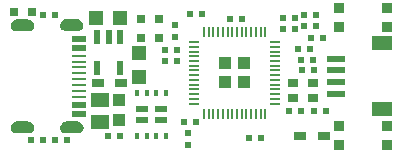
<source format=gbr>
G04 EAGLE Gerber RS-274X export*
G75*
%MOMM*%
%FSLAX34Y34*%
%LPD*%
%INSolderpaste Top*%
%IPPOS*%
%AMOC8*
5,1,8,0,0,1.08239X$1,22.5*%
G01*
%ADD10R,1.200000X1.300000*%
%ADD11R,1.300000X1.200000*%
%ADD12R,0.550000X1.200000*%
%ADD13R,0.900000X0.900000*%
%ADD14R,0.600000X0.600000*%
%ADD15R,0.500000X0.500000*%
%ADD16R,1.000000X0.800000*%
%ADD17R,0.400000X0.600000*%
%ADD18R,1.000000X0.600000*%
%ADD19R,0.800000X0.800000*%
%ADD20R,0.200000X0.875000*%
%ADD21R,0.875000X0.200000*%
%ADD22R,1.000000X1.000000*%
%ADD23R,0.900000X0.750000*%
%ADD24R,1.000000X1.075000*%
%ADD25R,1.150000X0.575000*%
%ADD26R,1.150000X0.275000*%
%ADD27R,1.500000X1.240000*%
%ADD28R,1.550000X0.500000*%
%ADD29R,1.800000X1.200000*%

G36*
X60833Y127249D02*
X60833Y127249D01*
X60834Y127249D01*
X61907Y127370D01*
X61908Y127371D01*
X61909Y127370D01*
X62929Y127727D01*
X62929Y127728D01*
X62930Y127728D01*
X63845Y128303D01*
X63846Y128303D01*
X64610Y129068D01*
X65185Y129983D01*
X65185Y129984D01*
X65186Y129984D01*
X65543Y131004D01*
X65543Y131005D01*
X65542Y131005D01*
X65543Y131006D01*
X65543Y131010D01*
X65544Y131015D01*
X65545Y131020D01*
X65547Y131040D01*
X65547Y131044D01*
X65547Y131045D01*
X65548Y131049D01*
X65548Y131050D01*
X65548Y131054D01*
X65549Y131059D01*
X65550Y131064D01*
X65550Y131069D01*
X65551Y131074D01*
X65551Y131079D01*
X65553Y131099D01*
X65554Y131099D01*
X65554Y131104D01*
X65555Y131109D01*
X65555Y131114D01*
X65556Y131119D01*
X65556Y131124D01*
X65557Y131129D01*
X65557Y131134D01*
X65558Y131139D01*
X65560Y131159D01*
X65561Y131164D01*
X65561Y131169D01*
X65562Y131174D01*
X65562Y131179D01*
X65563Y131184D01*
X65564Y131189D01*
X65564Y131194D01*
X65567Y131218D01*
X65567Y131223D01*
X65568Y131223D01*
X65567Y131223D01*
X65568Y131228D01*
X65569Y131233D01*
X65569Y131238D01*
X65570Y131243D01*
X65570Y131248D01*
X65571Y131253D01*
X65574Y131278D01*
X65574Y131283D01*
X65575Y131288D01*
X65575Y131293D01*
X65576Y131298D01*
X65576Y131303D01*
X65577Y131308D01*
X65578Y131313D01*
X65580Y131333D01*
X65580Y131338D01*
X65581Y131343D01*
X65581Y131348D01*
X65582Y131348D01*
X65581Y131348D01*
X65582Y131353D01*
X65583Y131358D01*
X65583Y131362D01*
X65583Y131363D01*
X65584Y131367D01*
X65584Y131368D01*
X65584Y131372D01*
X65587Y131392D01*
X65587Y131397D01*
X65588Y131402D01*
X65588Y131407D01*
X65589Y131412D01*
X65589Y131417D01*
X65590Y131422D01*
X65590Y131427D01*
X65591Y131432D01*
X65593Y131452D01*
X65594Y131457D01*
X65594Y131462D01*
X65595Y131467D01*
X65595Y131472D01*
X65596Y131472D01*
X65595Y131472D01*
X65596Y131477D01*
X65597Y131482D01*
X65597Y131487D01*
X65598Y131492D01*
X65600Y131512D01*
X65601Y131517D01*
X65601Y131521D01*
X65601Y131522D01*
X65602Y131526D01*
X65602Y131527D01*
X65602Y131531D01*
X65603Y131536D01*
X65603Y131541D01*
X65604Y131546D01*
X65607Y131571D01*
X65607Y131576D01*
X65608Y131581D01*
X65608Y131586D01*
X65609Y131591D01*
X65609Y131596D01*
X65610Y131596D01*
X65609Y131596D01*
X65610Y131601D01*
X65611Y131606D01*
X65613Y131631D01*
X65614Y131636D01*
X65615Y131641D01*
X65615Y131646D01*
X65616Y131651D01*
X65616Y131656D01*
X65617Y131661D01*
X65617Y131666D01*
X65620Y131685D01*
X65620Y131686D01*
X65620Y131690D01*
X65621Y131695D01*
X65621Y131700D01*
X65622Y131705D01*
X65622Y131710D01*
X65623Y131715D01*
X65623Y131720D01*
X65624Y131720D01*
X65623Y131720D01*
X65624Y131725D01*
X65626Y131745D01*
X65627Y131750D01*
X65627Y131755D01*
X65628Y131760D01*
X65629Y131765D01*
X65629Y131770D01*
X65630Y131775D01*
X65630Y131780D01*
X65631Y131785D01*
X65633Y131805D01*
X65634Y131810D01*
X65634Y131815D01*
X65635Y131820D01*
X65635Y131825D01*
X65636Y131830D01*
X65636Y131835D01*
X65637Y131839D01*
X65637Y131840D01*
X65637Y131844D01*
X65638Y131844D01*
X65637Y131845D01*
X65640Y131864D01*
X65640Y131869D01*
X65641Y131874D01*
X65641Y131879D01*
X65642Y131884D01*
X65643Y131889D01*
X65643Y131894D01*
X65644Y131899D01*
X65646Y131924D01*
X65647Y131929D01*
X65648Y131934D01*
X65648Y131939D01*
X65649Y131944D01*
X65649Y131949D01*
X65650Y131954D01*
X65650Y131959D01*
X65653Y131984D01*
X65654Y131989D01*
X65654Y131994D01*
X65655Y131998D01*
X65655Y131999D01*
X65655Y132003D01*
X65655Y132004D01*
X65656Y132008D01*
X65657Y132013D01*
X65657Y132018D01*
X65659Y132038D01*
X65660Y132043D01*
X65660Y132048D01*
X65661Y132053D01*
X65662Y132058D01*
X65662Y132063D01*
X65663Y132068D01*
X65663Y132073D01*
X65664Y132078D01*
X65664Y132079D01*
X65664Y132080D01*
X65664Y132081D01*
X65537Y133211D01*
X65536Y133211D01*
X65536Y133212D01*
X65161Y134286D01*
X65160Y134286D01*
X65160Y134287D01*
X64555Y135250D01*
X64554Y135250D01*
X64554Y135251D01*
X63750Y136055D01*
X63749Y136055D01*
X63749Y136056D01*
X62786Y136661D01*
X62785Y136661D01*
X62785Y136662D01*
X61711Y137037D01*
X61710Y137037D01*
X61710Y137038D01*
X60580Y137165D01*
X60579Y137165D01*
X50927Y137165D01*
X50926Y137165D01*
X50677Y137137D01*
X50633Y137132D01*
X50589Y137127D01*
X50545Y137122D01*
X50016Y137062D01*
X49972Y137057D01*
X49928Y137052D01*
X49927Y137052D01*
X49883Y137047D01*
X49796Y137038D01*
X49796Y137037D01*
X49795Y137037D01*
X48721Y136662D01*
X48721Y136661D01*
X48720Y136661D01*
X47757Y136056D01*
X47757Y136055D01*
X47756Y136055D01*
X46952Y135251D01*
X46952Y135250D01*
X46951Y135250D01*
X46346Y134287D01*
X46346Y134286D01*
X46345Y134286D01*
X45970Y133212D01*
X45970Y133211D01*
X45969Y133211D01*
X45967Y133192D01*
X45967Y133187D01*
X45966Y133182D01*
X45966Y133177D01*
X45965Y133172D01*
X45965Y133167D01*
X45964Y133162D01*
X45963Y133158D01*
X45963Y133157D01*
X45963Y133153D01*
X45963Y133152D01*
X45961Y133133D01*
X45960Y133128D01*
X45960Y133123D01*
X45959Y133123D01*
X45960Y133123D01*
X45959Y133118D01*
X45958Y133113D01*
X45958Y133108D01*
X45957Y133103D01*
X45957Y133098D01*
X45956Y133093D01*
X45954Y133073D01*
X45953Y133068D01*
X45953Y133063D01*
X45952Y133058D01*
X45952Y133053D01*
X45951Y133048D01*
X45951Y133043D01*
X45950Y133038D01*
X45949Y133033D01*
X45947Y133013D01*
X45947Y133008D01*
X45946Y133003D01*
X45946Y132999D01*
X45945Y132998D01*
X45946Y132998D01*
X45945Y132994D01*
X45945Y132993D01*
X45944Y132989D01*
X45944Y132984D01*
X45943Y132979D01*
X45943Y132974D01*
X45940Y132954D01*
X45940Y132949D01*
X45939Y132944D01*
X45939Y132939D01*
X45938Y132934D01*
X45938Y132929D01*
X45937Y132924D01*
X45937Y132919D01*
X45936Y132914D01*
X45934Y132894D01*
X45933Y132889D01*
X45933Y132884D01*
X45932Y132879D01*
X45932Y132874D01*
X45931Y132874D01*
X45932Y132874D01*
X45931Y132869D01*
X45930Y132864D01*
X45930Y132859D01*
X45929Y132854D01*
X45927Y132835D01*
X45927Y132834D01*
X45926Y132830D01*
X45926Y132825D01*
X45925Y132820D01*
X45925Y132815D01*
X45924Y132810D01*
X45924Y132805D01*
X45923Y132800D01*
X45923Y132795D01*
X45920Y132775D01*
X45920Y132770D01*
X45919Y132765D01*
X45919Y132760D01*
X45918Y132755D01*
X45918Y132750D01*
X45917Y132750D01*
X45918Y132750D01*
X45917Y132745D01*
X45916Y132740D01*
X45916Y132735D01*
X45914Y132715D01*
X45913Y132710D01*
X45912Y132705D01*
X45912Y132700D01*
X45911Y132695D01*
X45911Y132690D01*
X45910Y132685D01*
X45910Y132681D01*
X45910Y132680D01*
X45909Y132676D01*
X45909Y132675D01*
X45907Y132656D01*
X45906Y132651D01*
X45906Y132646D01*
X45905Y132641D01*
X45905Y132636D01*
X45904Y132631D01*
X45904Y132626D01*
X45903Y132626D01*
X45904Y132626D01*
X45903Y132621D01*
X45902Y132616D01*
X45900Y132596D01*
X45900Y132591D01*
X45899Y132586D01*
X45898Y132581D01*
X45898Y132576D01*
X45897Y132571D01*
X45897Y132566D01*
X45896Y132561D01*
X45893Y132536D01*
X45893Y132531D01*
X45892Y132526D01*
X45892Y132522D01*
X45892Y132521D01*
X45891Y132517D01*
X45891Y132516D01*
X45891Y132512D01*
X45890Y132507D01*
X45890Y132502D01*
X45889Y132502D01*
X45890Y132502D01*
X45887Y132477D01*
X45886Y132472D01*
X45886Y132467D01*
X45885Y132462D01*
X45884Y132457D01*
X45884Y132452D01*
X45883Y132447D01*
X45883Y132442D01*
X45880Y132417D01*
X45879Y132412D01*
X45879Y132407D01*
X45878Y132402D01*
X45878Y132397D01*
X45877Y132392D01*
X45877Y132387D01*
X45876Y132382D01*
X45873Y132358D01*
X45873Y132357D01*
X45873Y132353D01*
X45872Y132348D01*
X45872Y132343D01*
X45871Y132338D01*
X45870Y132333D01*
X45870Y132328D01*
X45869Y132323D01*
X45867Y132298D01*
X45866Y132293D01*
X45865Y132288D01*
X45865Y132283D01*
X45864Y132278D01*
X45864Y132273D01*
X45863Y132268D01*
X45863Y132263D01*
X45860Y132243D01*
X45860Y132238D01*
X45859Y132233D01*
X45859Y132228D01*
X45858Y132223D01*
X45858Y132218D01*
X45857Y132213D01*
X45856Y132208D01*
X45856Y132204D01*
X45856Y132203D01*
X45854Y132184D01*
X45853Y132179D01*
X45853Y132174D01*
X45852Y132169D01*
X45851Y132164D01*
X45851Y132159D01*
X45850Y132154D01*
X45850Y132149D01*
X45849Y132144D01*
X45847Y132124D01*
X45846Y132119D01*
X45846Y132114D01*
X45845Y132109D01*
X45845Y132104D01*
X45844Y132099D01*
X45844Y132094D01*
X45843Y132089D01*
X45842Y132084D01*
X45842Y132081D01*
X45843Y132080D01*
X45842Y132079D01*
X45963Y131006D01*
X45964Y131005D01*
X45963Y131004D01*
X46320Y129984D01*
X46321Y129984D01*
X46321Y129983D01*
X46896Y129068D01*
X47661Y128303D01*
X48576Y127728D01*
X48577Y127728D01*
X48577Y127727D01*
X49597Y127370D01*
X49598Y127371D01*
X49599Y127370D01*
X50672Y127249D01*
X50673Y127249D01*
X60833Y127249D01*
X60833Y127249D01*
G37*
G36*
X19050Y127122D02*
X19050Y127122D01*
X19051Y127122D01*
X20124Y127243D01*
X20125Y127244D01*
X20126Y127243D01*
X21146Y127600D01*
X21146Y127601D01*
X21147Y127601D01*
X22062Y128176D01*
X22063Y128176D01*
X22827Y128941D01*
X23402Y129856D01*
X23402Y129857D01*
X23403Y129857D01*
X23760Y130877D01*
X23760Y130878D01*
X23759Y130878D01*
X23760Y130879D01*
X23760Y130883D01*
X23761Y130888D01*
X23762Y130893D01*
X23764Y130913D01*
X23764Y130917D01*
X23764Y130918D01*
X23765Y130922D01*
X23765Y130923D01*
X23765Y130927D01*
X23766Y130932D01*
X23767Y130937D01*
X23767Y130942D01*
X23768Y130947D01*
X23768Y130952D01*
X23770Y130972D01*
X23771Y130972D01*
X23771Y130977D01*
X23772Y130982D01*
X23772Y130987D01*
X23773Y130992D01*
X23773Y130997D01*
X23774Y131002D01*
X23774Y131007D01*
X23775Y131012D01*
X23777Y131032D01*
X23778Y131037D01*
X23778Y131042D01*
X23779Y131047D01*
X23779Y131052D01*
X23780Y131057D01*
X23781Y131062D01*
X23781Y131067D01*
X23784Y131091D01*
X23784Y131096D01*
X23785Y131096D01*
X23784Y131096D01*
X23785Y131101D01*
X23786Y131106D01*
X23786Y131111D01*
X23787Y131116D01*
X23787Y131121D01*
X23788Y131126D01*
X23791Y131151D01*
X23791Y131156D01*
X23792Y131161D01*
X23792Y131166D01*
X23793Y131171D01*
X23793Y131176D01*
X23794Y131181D01*
X23795Y131186D01*
X23797Y131206D01*
X23797Y131211D01*
X23798Y131216D01*
X23798Y131221D01*
X23799Y131221D01*
X23798Y131221D01*
X23799Y131226D01*
X23800Y131231D01*
X23800Y131235D01*
X23800Y131236D01*
X23801Y131240D01*
X23801Y131241D01*
X23801Y131245D01*
X23804Y131265D01*
X23804Y131270D01*
X23805Y131275D01*
X23805Y131280D01*
X23806Y131285D01*
X23806Y131290D01*
X23807Y131295D01*
X23807Y131300D01*
X23808Y131305D01*
X23810Y131325D01*
X23811Y131330D01*
X23811Y131335D01*
X23812Y131340D01*
X23812Y131345D01*
X23813Y131345D01*
X23812Y131345D01*
X23813Y131350D01*
X23814Y131355D01*
X23814Y131360D01*
X23815Y131365D01*
X23817Y131385D01*
X23818Y131390D01*
X23818Y131394D01*
X23818Y131395D01*
X23819Y131399D01*
X23819Y131400D01*
X23819Y131404D01*
X23820Y131409D01*
X23820Y131414D01*
X23821Y131419D01*
X23824Y131444D01*
X23824Y131449D01*
X23825Y131454D01*
X23825Y131459D01*
X23826Y131464D01*
X23826Y131469D01*
X23827Y131469D01*
X23826Y131469D01*
X23827Y131474D01*
X23828Y131479D01*
X23830Y131504D01*
X23831Y131509D01*
X23832Y131514D01*
X23832Y131519D01*
X23833Y131524D01*
X23833Y131529D01*
X23834Y131534D01*
X23834Y131539D01*
X23837Y131558D01*
X23837Y131559D01*
X23837Y131563D01*
X23838Y131568D01*
X23838Y131573D01*
X23839Y131578D01*
X23839Y131583D01*
X23840Y131588D01*
X23840Y131593D01*
X23841Y131593D01*
X23840Y131593D01*
X23841Y131598D01*
X23843Y131618D01*
X23844Y131623D01*
X23844Y131628D01*
X23845Y131633D01*
X23846Y131638D01*
X23846Y131643D01*
X23847Y131648D01*
X23847Y131653D01*
X23848Y131658D01*
X23850Y131678D01*
X23851Y131683D01*
X23851Y131688D01*
X23852Y131693D01*
X23852Y131698D01*
X23853Y131703D01*
X23853Y131708D01*
X23854Y131712D01*
X23854Y131713D01*
X23854Y131717D01*
X23855Y131717D01*
X23854Y131718D01*
X23857Y131737D01*
X23857Y131742D01*
X23858Y131747D01*
X23858Y131752D01*
X23859Y131757D01*
X23860Y131762D01*
X23860Y131767D01*
X23861Y131772D01*
X23863Y131797D01*
X23864Y131802D01*
X23865Y131807D01*
X23865Y131812D01*
X23866Y131817D01*
X23866Y131822D01*
X23867Y131827D01*
X23867Y131832D01*
X23870Y131857D01*
X23871Y131862D01*
X23871Y131867D01*
X23872Y131871D01*
X23872Y131872D01*
X23872Y131876D01*
X23872Y131877D01*
X23873Y131881D01*
X23874Y131886D01*
X23874Y131891D01*
X23876Y131911D01*
X23877Y131916D01*
X23877Y131921D01*
X23878Y131926D01*
X23879Y131931D01*
X23879Y131936D01*
X23880Y131941D01*
X23880Y131946D01*
X23881Y131951D01*
X23881Y131952D01*
X23881Y131953D01*
X23881Y131954D01*
X23754Y133084D01*
X23753Y133084D01*
X23753Y133085D01*
X23378Y134159D01*
X23377Y134159D01*
X23377Y134160D01*
X22772Y135123D01*
X22771Y135123D01*
X22771Y135124D01*
X21967Y135928D01*
X21966Y135928D01*
X21966Y135929D01*
X21003Y136534D01*
X21002Y136534D01*
X21002Y136535D01*
X19928Y136910D01*
X19927Y136910D01*
X19927Y136911D01*
X18797Y137038D01*
X18796Y137038D01*
X9144Y137038D01*
X9143Y137038D01*
X8894Y137010D01*
X8850Y137005D01*
X8806Y137000D01*
X8762Y136995D01*
X8233Y136935D01*
X8189Y136930D01*
X8145Y136925D01*
X8144Y136925D01*
X8100Y136920D01*
X8013Y136911D01*
X8013Y136910D01*
X8012Y136910D01*
X6938Y136535D01*
X6938Y136534D01*
X6937Y136534D01*
X5974Y135929D01*
X5974Y135928D01*
X5973Y135928D01*
X5169Y135124D01*
X5169Y135123D01*
X5168Y135123D01*
X4563Y134160D01*
X4563Y134159D01*
X4562Y134159D01*
X4187Y133085D01*
X4187Y133084D01*
X4186Y133084D01*
X4184Y133065D01*
X4184Y133060D01*
X4183Y133055D01*
X4183Y133050D01*
X4182Y133045D01*
X4182Y133040D01*
X4181Y133035D01*
X4180Y133031D01*
X4180Y133030D01*
X4180Y133026D01*
X4180Y133025D01*
X4178Y133006D01*
X4177Y133001D01*
X4177Y132996D01*
X4176Y132996D01*
X4177Y132996D01*
X4176Y132991D01*
X4175Y132986D01*
X4175Y132981D01*
X4174Y132976D01*
X4174Y132971D01*
X4173Y132966D01*
X4171Y132946D01*
X4170Y132941D01*
X4170Y132936D01*
X4169Y132931D01*
X4169Y132926D01*
X4168Y132921D01*
X4168Y132916D01*
X4167Y132911D01*
X4166Y132906D01*
X4164Y132886D01*
X4164Y132881D01*
X4163Y132876D01*
X4163Y132872D01*
X4162Y132871D01*
X4163Y132871D01*
X4162Y132867D01*
X4162Y132866D01*
X4161Y132862D01*
X4161Y132857D01*
X4160Y132852D01*
X4160Y132847D01*
X4157Y132827D01*
X4157Y132822D01*
X4156Y132817D01*
X4156Y132812D01*
X4155Y132807D01*
X4155Y132802D01*
X4154Y132797D01*
X4154Y132792D01*
X4153Y132787D01*
X4151Y132767D01*
X4150Y132762D01*
X4150Y132757D01*
X4149Y132752D01*
X4149Y132747D01*
X4148Y132747D01*
X4149Y132747D01*
X4148Y132742D01*
X4147Y132737D01*
X4147Y132732D01*
X4146Y132727D01*
X4144Y132708D01*
X4144Y132707D01*
X4143Y132703D01*
X4143Y132698D01*
X4142Y132693D01*
X4142Y132688D01*
X4141Y132683D01*
X4141Y132678D01*
X4140Y132673D01*
X4140Y132668D01*
X4137Y132648D01*
X4137Y132643D01*
X4136Y132638D01*
X4136Y132633D01*
X4135Y132628D01*
X4135Y132623D01*
X4134Y132623D01*
X4135Y132623D01*
X4134Y132618D01*
X4133Y132613D01*
X4133Y132608D01*
X4131Y132588D01*
X4130Y132583D01*
X4129Y132578D01*
X4129Y132573D01*
X4128Y132568D01*
X4128Y132563D01*
X4127Y132558D01*
X4127Y132554D01*
X4127Y132553D01*
X4126Y132549D01*
X4126Y132548D01*
X4124Y132529D01*
X4123Y132524D01*
X4123Y132519D01*
X4122Y132514D01*
X4122Y132509D01*
X4121Y132504D01*
X4121Y132499D01*
X4120Y132499D01*
X4121Y132499D01*
X4120Y132494D01*
X4119Y132489D01*
X4117Y132469D01*
X4117Y132464D01*
X4116Y132459D01*
X4115Y132454D01*
X4115Y132449D01*
X4114Y132444D01*
X4114Y132439D01*
X4113Y132434D01*
X4110Y132409D01*
X4110Y132404D01*
X4109Y132399D01*
X4109Y132395D01*
X4109Y132394D01*
X4108Y132390D01*
X4108Y132389D01*
X4108Y132385D01*
X4107Y132380D01*
X4107Y132375D01*
X4106Y132375D01*
X4107Y132375D01*
X4104Y132350D01*
X4103Y132345D01*
X4103Y132340D01*
X4102Y132335D01*
X4101Y132330D01*
X4101Y132325D01*
X4100Y132320D01*
X4100Y132315D01*
X4097Y132290D01*
X4096Y132285D01*
X4096Y132280D01*
X4095Y132275D01*
X4095Y132270D01*
X4094Y132265D01*
X4094Y132260D01*
X4093Y132255D01*
X4090Y132231D01*
X4090Y132230D01*
X4090Y132226D01*
X4089Y132221D01*
X4089Y132216D01*
X4088Y132211D01*
X4087Y132206D01*
X4087Y132201D01*
X4086Y132196D01*
X4084Y132171D01*
X4083Y132166D01*
X4082Y132161D01*
X4082Y132156D01*
X4081Y132151D01*
X4081Y132146D01*
X4080Y132141D01*
X4080Y132136D01*
X4077Y132116D01*
X4077Y132111D01*
X4076Y132106D01*
X4076Y132101D01*
X4075Y132096D01*
X4075Y132091D01*
X4074Y132086D01*
X4073Y132081D01*
X4073Y132077D01*
X4073Y132076D01*
X4071Y132057D01*
X4070Y132052D01*
X4070Y132047D01*
X4069Y132042D01*
X4068Y132037D01*
X4068Y132032D01*
X4067Y132027D01*
X4067Y132022D01*
X4066Y132017D01*
X4064Y131997D01*
X4063Y131992D01*
X4063Y131987D01*
X4062Y131982D01*
X4062Y131977D01*
X4061Y131972D01*
X4061Y131967D01*
X4060Y131962D01*
X4059Y131957D01*
X4059Y131954D01*
X4060Y131953D01*
X4059Y131952D01*
X4180Y130879D01*
X4181Y130878D01*
X4180Y130877D01*
X4537Y129857D01*
X4538Y129857D01*
X4538Y129856D01*
X5113Y128941D01*
X5878Y128176D01*
X6793Y127601D01*
X6794Y127601D01*
X6794Y127600D01*
X7814Y127243D01*
X7815Y127244D01*
X7816Y127243D01*
X8889Y127122D01*
X8890Y127122D01*
X19050Y127122D01*
X19050Y127122D01*
G37*
G36*
X60960Y40762D02*
X60960Y40762D01*
X60961Y40762D01*
X62034Y40883D01*
X62035Y40884D01*
X62036Y40883D01*
X63056Y41240D01*
X63056Y41241D01*
X63057Y41241D01*
X63972Y41816D01*
X63973Y41816D01*
X64737Y42581D01*
X65312Y43496D01*
X65312Y43497D01*
X65313Y43497D01*
X65670Y44517D01*
X65670Y44518D01*
X65669Y44518D01*
X65670Y44519D01*
X65670Y44523D01*
X65671Y44528D01*
X65672Y44533D01*
X65674Y44553D01*
X65674Y44557D01*
X65674Y44558D01*
X65675Y44562D01*
X65675Y44563D01*
X65675Y44567D01*
X65676Y44572D01*
X65677Y44577D01*
X65677Y44582D01*
X65678Y44587D01*
X65678Y44592D01*
X65680Y44612D01*
X65681Y44612D01*
X65681Y44617D01*
X65682Y44622D01*
X65682Y44627D01*
X65683Y44632D01*
X65683Y44637D01*
X65684Y44642D01*
X65684Y44647D01*
X65685Y44652D01*
X65687Y44672D01*
X65688Y44677D01*
X65688Y44682D01*
X65689Y44687D01*
X65689Y44692D01*
X65690Y44697D01*
X65691Y44702D01*
X65691Y44707D01*
X65694Y44731D01*
X65694Y44736D01*
X65695Y44736D01*
X65694Y44736D01*
X65695Y44741D01*
X65696Y44746D01*
X65696Y44751D01*
X65697Y44756D01*
X65697Y44761D01*
X65698Y44766D01*
X65701Y44791D01*
X65701Y44796D01*
X65702Y44801D01*
X65702Y44806D01*
X65703Y44811D01*
X65703Y44816D01*
X65704Y44821D01*
X65705Y44826D01*
X65707Y44846D01*
X65707Y44851D01*
X65708Y44856D01*
X65708Y44861D01*
X65709Y44861D01*
X65708Y44861D01*
X65709Y44866D01*
X65710Y44871D01*
X65710Y44875D01*
X65710Y44876D01*
X65711Y44880D01*
X65711Y44881D01*
X65711Y44885D01*
X65714Y44905D01*
X65714Y44910D01*
X65715Y44915D01*
X65715Y44920D01*
X65716Y44925D01*
X65716Y44930D01*
X65717Y44935D01*
X65717Y44940D01*
X65718Y44945D01*
X65720Y44965D01*
X65721Y44970D01*
X65721Y44975D01*
X65722Y44980D01*
X65722Y44985D01*
X65723Y44985D01*
X65722Y44985D01*
X65723Y44990D01*
X65724Y44995D01*
X65724Y45000D01*
X65725Y45005D01*
X65727Y45025D01*
X65728Y45030D01*
X65728Y45034D01*
X65728Y45035D01*
X65729Y45039D01*
X65729Y45040D01*
X65729Y45044D01*
X65730Y45049D01*
X65730Y45054D01*
X65731Y45059D01*
X65734Y45084D01*
X65734Y45089D01*
X65735Y45094D01*
X65735Y45099D01*
X65736Y45104D01*
X65736Y45109D01*
X65737Y45109D01*
X65736Y45109D01*
X65737Y45114D01*
X65738Y45119D01*
X65740Y45144D01*
X65741Y45149D01*
X65742Y45154D01*
X65742Y45159D01*
X65743Y45164D01*
X65743Y45169D01*
X65744Y45174D01*
X65744Y45179D01*
X65747Y45198D01*
X65747Y45199D01*
X65747Y45203D01*
X65748Y45208D01*
X65748Y45213D01*
X65749Y45218D01*
X65749Y45223D01*
X65750Y45228D01*
X65750Y45233D01*
X65751Y45233D01*
X65750Y45233D01*
X65751Y45238D01*
X65753Y45258D01*
X65754Y45263D01*
X65754Y45268D01*
X65755Y45273D01*
X65756Y45278D01*
X65756Y45283D01*
X65757Y45288D01*
X65757Y45293D01*
X65758Y45298D01*
X65760Y45318D01*
X65761Y45323D01*
X65761Y45328D01*
X65762Y45333D01*
X65762Y45338D01*
X65763Y45343D01*
X65763Y45348D01*
X65764Y45352D01*
X65764Y45353D01*
X65764Y45357D01*
X65765Y45357D01*
X65764Y45358D01*
X65767Y45377D01*
X65767Y45382D01*
X65768Y45387D01*
X65768Y45392D01*
X65769Y45397D01*
X65770Y45402D01*
X65770Y45407D01*
X65771Y45412D01*
X65773Y45437D01*
X65774Y45442D01*
X65775Y45447D01*
X65775Y45452D01*
X65776Y45457D01*
X65776Y45462D01*
X65777Y45467D01*
X65777Y45472D01*
X65780Y45497D01*
X65781Y45502D01*
X65781Y45507D01*
X65782Y45511D01*
X65782Y45512D01*
X65782Y45516D01*
X65782Y45517D01*
X65783Y45521D01*
X65784Y45526D01*
X65784Y45531D01*
X65786Y45551D01*
X65787Y45556D01*
X65787Y45561D01*
X65788Y45566D01*
X65789Y45571D01*
X65789Y45576D01*
X65790Y45581D01*
X65790Y45586D01*
X65791Y45591D01*
X65791Y45592D01*
X65791Y45593D01*
X65791Y45594D01*
X65664Y46724D01*
X65663Y46724D01*
X65663Y46725D01*
X65288Y47799D01*
X65287Y47799D01*
X65287Y47800D01*
X64682Y48763D01*
X64681Y48763D01*
X64681Y48764D01*
X63877Y49568D01*
X63876Y49568D01*
X63876Y49569D01*
X62913Y50174D01*
X62912Y50174D01*
X62912Y50175D01*
X61838Y50550D01*
X61837Y50550D01*
X61837Y50551D01*
X60707Y50678D01*
X60706Y50678D01*
X51054Y50678D01*
X51053Y50678D01*
X50804Y50650D01*
X50760Y50645D01*
X50716Y50640D01*
X50672Y50635D01*
X50143Y50575D01*
X50099Y50570D01*
X50055Y50565D01*
X50054Y50565D01*
X50010Y50560D01*
X49923Y50551D01*
X49923Y50550D01*
X49922Y50550D01*
X48848Y50175D01*
X48848Y50174D01*
X48847Y50174D01*
X47884Y49569D01*
X47884Y49568D01*
X47883Y49568D01*
X47079Y48764D01*
X47079Y48763D01*
X47078Y48763D01*
X46473Y47800D01*
X46473Y47799D01*
X46472Y47799D01*
X46097Y46725D01*
X46097Y46724D01*
X46096Y46724D01*
X46094Y46705D01*
X46094Y46700D01*
X46093Y46695D01*
X46093Y46690D01*
X46092Y46685D01*
X46092Y46680D01*
X46091Y46675D01*
X46090Y46671D01*
X46090Y46670D01*
X46090Y46666D01*
X46090Y46665D01*
X46088Y46646D01*
X46087Y46641D01*
X46087Y46636D01*
X46086Y46636D01*
X46087Y46636D01*
X46086Y46631D01*
X46085Y46626D01*
X46085Y46621D01*
X46084Y46616D01*
X46084Y46611D01*
X46083Y46606D01*
X46081Y46586D01*
X46080Y46581D01*
X46080Y46576D01*
X46079Y46571D01*
X46079Y46566D01*
X46078Y46561D01*
X46078Y46556D01*
X46077Y46551D01*
X46076Y46546D01*
X46074Y46526D01*
X46074Y46521D01*
X46073Y46516D01*
X46073Y46512D01*
X46072Y46511D01*
X46073Y46511D01*
X46072Y46507D01*
X46072Y46506D01*
X46071Y46502D01*
X46071Y46497D01*
X46070Y46492D01*
X46070Y46487D01*
X46067Y46467D01*
X46067Y46462D01*
X46066Y46457D01*
X46066Y46452D01*
X46065Y46447D01*
X46065Y46442D01*
X46064Y46437D01*
X46064Y46432D01*
X46063Y46427D01*
X46061Y46407D01*
X46060Y46402D01*
X46060Y46397D01*
X46059Y46392D01*
X46059Y46387D01*
X46058Y46387D01*
X46059Y46387D01*
X46058Y46382D01*
X46057Y46377D01*
X46057Y46372D01*
X46056Y46367D01*
X46054Y46348D01*
X46054Y46347D01*
X46053Y46343D01*
X46053Y46338D01*
X46052Y46333D01*
X46052Y46328D01*
X46051Y46323D01*
X46051Y46318D01*
X46050Y46313D01*
X46050Y46308D01*
X46047Y46288D01*
X46047Y46283D01*
X46046Y46278D01*
X46046Y46273D01*
X46045Y46268D01*
X46045Y46263D01*
X46044Y46263D01*
X46045Y46263D01*
X46044Y46258D01*
X46043Y46253D01*
X46043Y46248D01*
X46041Y46228D01*
X46040Y46223D01*
X46039Y46218D01*
X46039Y46213D01*
X46038Y46208D01*
X46038Y46203D01*
X46037Y46198D01*
X46037Y46194D01*
X46037Y46193D01*
X46036Y46189D01*
X46036Y46188D01*
X46034Y46169D01*
X46033Y46164D01*
X46033Y46159D01*
X46032Y46154D01*
X46032Y46149D01*
X46031Y46144D01*
X46031Y46139D01*
X46030Y46139D01*
X46031Y46139D01*
X46030Y46134D01*
X46029Y46129D01*
X46027Y46109D01*
X46027Y46104D01*
X46026Y46099D01*
X46025Y46094D01*
X46025Y46089D01*
X46024Y46084D01*
X46024Y46079D01*
X46023Y46074D01*
X46020Y46049D01*
X46020Y46044D01*
X46019Y46039D01*
X46019Y46035D01*
X46019Y46034D01*
X46018Y46030D01*
X46018Y46029D01*
X46018Y46025D01*
X46017Y46020D01*
X46017Y46015D01*
X46016Y46015D01*
X46017Y46015D01*
X46014Y45990D01*
X46013Y45985D01*
X46013Y45980D01*
X46012Y45975D01*
X46011Y45970D01*
X46011Y45965D01*
X46010Y45960D01*
X46010Y45955D01*
X46007Y45930D01*
X46006Y45925D01*
X46006Y45920D01*
X46005Y45915D01*
X46005Y45910D01*
X46004Y45905D01*
X46004Y45900D01*
X46003Y45895D01*
X46000Y45871D01*
X46000Y45870D01*
X46000Y45866D01*
X45999Y45861D01*
X45999Y45856D01*
X45998Y45851D01*
X45997Y45846D01*
X45997Y45841D01*
X45996Y45836D01*
X45994Y45811D01*
X45993Y45806D01*
X45992Y45801D01*
X45992Y45796D01*
X45991Y45791D01*
X45991Y45786D01*
X45990Y45781D01*
X45990Y45776D01*
X45987Y45756D01*
X45987Y45751D01*
X45986Y45746D01*
X45986Y45741D01*
X45985Y45736D01*
X45985Y45731D01*
X45984Y45726D01*
X45983Y45721D01*
X45983Y45717D01*
X45983Y45716D01*
X45981Y45697D01*
X45980Y45692D01*
X45980Y45687D01*
X45979Y45682D01*
X45978Y45677D01*
X45978Y45672D01*
X45977Y45667D01*
X45977Y45662D01*
X45976Y45657D01*
X45974Y45637D01*
X45973Y45632D01*
X45973Y45627D01*
X45972Y45622D01*
X45972Y45617D01*
X45971Y45612D01*
X45971Y45607D01*
X45970Y45602D01*
X45969Y45597D01*
X45969Y45594D01*
X45970Y45593D01*
X45969Y45592D01*
X46090Y44519D01*
X46091Y44518D01*
X46090Y44517D01*
X46447Y43497D01*
X46448Y43497D01*
X46448Y43496D01*
X47023Y42581D01*
X47788Y41816D01*
X48703Y41241D01*
X48704Y41241D01*
X48704Y41240D01*
X49724Y40883D01*
X49725Y40884D01*
X49726Y40883D01*
X50799Y40762D01*
X50800Y40762D01*
X60960Y40762D01*
X60960Y40762D01*
G37*
G36*
X19050Y40762D02*
X19050Y40762D01*
X19051Y40762D01*
X20124Y40883D01*
X20125Y40884D01*
X20126Y40883D01*
X21146Y41240D01*
X21146Y41241D01*
X21147Y41241D01*
X22062Y41816D01*
X22063Y41816D01*
X22827Y42581D01*
X23402Y43496D01*
X23402Y43497D01*
X23403Y43497D01*
X23760Y44517D01*
X23760Y44518D01*
X23759Y44518D01*
X23760Y44519D01*
X23760Y44523D01*
X23761Y44528D01*
X23762Y44533D01*
X23764Y44553D01*
X23764Y44557D01*
X23764Y44558D01*
X23765Y44562D01*
X23765Y44563D01*
X23765Y44567D01*
X23766Y44572D01*
X23767Y44577D01*
X23767Y44582D01*
X23768Y44587D01*
X23768Y44592D01*
X23770Y44612D01*
X23771Y44612D01*
X23771Y44617D01*
X23772Y44622D01*
X23772Y44627D01*
X23773Y44632D01*
X23773Y44637D01*
X23774Y44642D01*
X23774Y44647D01*
X23775Y44652D01*
X23777Y44672D01*
X23778Y44677D01*
X23778Y44682D01*
X23779Y44687D01*
X23779Y44692D01*
X23780Y44697D01*
X23781Y44702D01*
X23781Y44707D01*
X23784Y44731D01*
X23784Y44736D01*
X23785Y44736D01*
X23784Y44736D01*
X23785Y44741D01*
X23786Y44746D01*
X23786Y44751D01*
X23787Y44756D01*
X23787Y44761D01*
X23788Y44766D01*
X23791Y44791D01*
X23791Y44796D01*
X23792Y44801D01*
X23792Y44806D01*
X23793Y44811D01*
X23793Y44816D01*
X23794Y44821D01*
X23795Y44826D01*
X23797Y44846D01*
X23797Y44851D01*
X23798Y44856D01*
X23798Y44861D01*
X23799Y44861D01*
X23798Y44861D01*
X23799Y44866D01*
X23800Y44871D01*
X23800Y44875D01*
X23800Y44876D01*
X23801Y44880D01*
X23801Y44881D01*
X23801Y44885D01*
X23804Y44905D01*
X23804Y44910D01*
X23805Y44915D01*
X23805Y44920D01*
X23806Y44925D01*
X23806Y44930D01*
X23807Y44935D01*
X23807Y44940D01*
X23808Y44945D01*
X23810Y44965D01*
X23811Y44970D01*
X23811Y44975D01*
X23812Y44980D01*
X23812Y44985D01*
X23813Y44985D01*
X23812Y44985D01*
X23813Y44990D01*
X23814Y44995D01*
X23814Y45000D01*
X23815Y45005D01*
X23817Y45025D01*
X23818Y45030D01*
X23818Y45034D01*
X23818Y45035D01*
X23819Y45039D01*
X23819Y45040D01*
X23819Y45044D01*
X23820Y45049D01*
X23820Y45054D01*
X23821Y45059D01*
X23824Y45084D01*
X23824Y45089D01*
X23825Y45094D01*
X23825Y45099D01*
X23826Y45104D01*
X23826Y45109D01*
X23827Y45109D01*
X23826Y45109D01*
X23827Y45114D01*
X23828Y45119D01*
X23830Y45144D01*
X23831Y45149D01*
X23832Y45154D01*
X23832Y45159D01*
X23833Y45164D01*
X23833Y45169D01*
X23834Y45174D01*
X23834Y45179D01*
X23837Y45198D01*
X23837Y45199D01*
X23837Y45203D01*
X23838Y45208D01*
X23838Y45213D01*
X23839Y45218D01*
X23839Y45223D01*
X23840Y45228D01*
X23840Y45233D01*
X23841Y45233D01*
X23840Y45233D01*
X23841Y45238D01*
X23843Y45258D01*
X23844Y45263D01*
X23844Y45268D01*
X23845Y45273D01*
X23846Y45278D01*
X23846Y45283D01*
X23847Y45288D01*
X23847Y45293D01*
X23848Y45298D01*
X23850Y45318D01*
X23851Y45323D01*
X23851Y45328D01*
X23852Y45333D01*
X23852Y45338D01*
X23853Y45343D01*
X23853Y45348D01*
X23854Y45352D01*
X23854Y45353D01*
X23854Y45357D01*
X23855Y45357D01*
X23854Y45358D01*
X23857Y45377D01*
X23857Y45382D01*
X23858Y45387D01*
X23858Y45392D01*
X23859Y45397D01*
X23860Y45402D01*
X23860Y45407D01*
X23861Y45412D01*
X23863Y45437D01*
X23864Y45442D01*
X23865Y45447D01*
X23865Y45452D01*
X23866Y45457D01*
X23866Y45462D01*
X23867Y45467D01*
X23867Y45472D01*
X23870Y45497D01*
X23871Y45502D01*
X23871Y45507D01*
X23872Y45511D01*
X23872Y45512D01*
X23872Y45516D01*
X23872Y45517D01*
X23873Y45521D01*
X23874Y45526D01*
X23874Y45531D01*
X23876Y45551D01*
X23877Y45556D01*
X23877Y45561D01*
X23878Y45566D01*
X23879Y45571D01*
X23879Y45576D01*
X23880Y45581D01*
X23880Y45586D01*
X23881Y45591D01*
X23881Y45592D01*
X23881Y45593D01*
X23881Y45594D01*
X23754Y46724D01*
X23753Y46724D01*
X23753Y46725D01*
X23378Y47799D01*
X23377Y47799D01*
X23377Y47800D01*
X22772Y48763D01*
X22771Y48763D01*
X22771Y48764D01*
X21967Y49568D01*
X21966Y49568D01*
X21966Y49569D01*
X21003Y50174D01*
X21002Y50174D01*
X21002Y50175D01*
X19928Y50550D01*
X19927Y50550D01*
X19927Y50551D01*
X18797Y50678D01*
X18796Y50678D01*
X9144Y50678D01*
X9143Y50678D01*
X8894Y50650D01*
X8850Y50645D01*
X8806Y50640D01*
X8762Y50635D01*
X8233Y50575D01*
X8189Y50570D01*
X8145Y50565D01*
X8144Y50565D01*
X8100Y50560D01*
X8013Y50551D01*
X8013Y50550D01*
X8012Y50550D01*
X6938Y50175D01*
X6938Y50174D01*
X6937Y50174D01*
X5974Y49569D01*
X5974Y49568D01*
X5973Y49568D01*
X5169Y48764D01*
X5169Y48763D01*
X5168Y48763D01*
X4563Y47800D01*
X4563Y47799D01*
X4562Y47799D01*
X4187Y46725D01*
X4187Y46724D01*
X4186Y46724D01*
X4184Y46705D01*
X4184Y46700D01*
X4183Y46695D01*
X4183Y46690D01*
X4182Y46685D01*
X4182Y46680D01*
X4181Y46675D01*
X4180Y46671D01*
X4180Y46670D01*
X4180Y46666D01*
X4180Y46665D01*
X4178Y46646D01*
X4177Y46641D01*
X4177Y46636D01*
X4176Y46636D01*
X4177Y46636D01*
X4176Y46631D01*
X4175Y46626D01*
X4175Y46621D01*
X4174Y46616D01*
X4174Y46611D01*
X4173Y46606D01*
X4171Y46586D01*
X4170Y46581D01*
X4170Y46576D01*
X4169Y46571D01*
X4169Y46566D01*
X4168Y46561D01*
X4168Y46556D01*
X4167Y46551D01*
X4166Y46546D01*
X4164Y46526D01*
X4164Y46521D01*
X4163Y46516D01*
X4163Y46512D01*
X4162Y46511D01*
X4163Y46511D01*
X4162Y46507D01*
X4162Y46506D01*
X4161Y46502D01*
X4161Y46497D01*
X4160Y46492D01*
X4160Y46487D01*
X4157Y46467D01*
X4157Y46462D01*
X4156Y46457D01*
X4156Y46452D01*
X4155Y46447D01*
X4155Y46442D01*
X4154Y46437D01*
X4154Y46432D01*
X4153Y46427D01*
X4151Y46407D01*
X4150Y46402D01*
X4150Y46397D01*
X4149Y46392D01*
X4149Y46387D01*
X4148Y46387D01*
X4149Y46387D01*
X4148Y46382D01*
X4147Y46377D01*
X4147Y46372D01*
X4146Y46367D01*
X4144Y46348D01*
X4144Y46347D01*
X4143Y46343D01*
X4143Y46338D01*
X4142Y46333D01*
X4142Y46328D01*
X4141Y46323D01*
X4141Y46318D01*
X4140Y46313D01*
X4140Y46308D01*
X4137Y46288D01*
X4137Y46283D01*
X4136Y46278D01*
X4136Y46273D01*
X4135Y46268D01*
X4135Y46263D01*
X4134Y46263D01*
X4135Y46263D01*
X4134Y46258D01*
X4133Y46253D01*
X4133Y46248D01*
X4131Y46228D01*
X4130Y46223D01*
X4129Y46218D01*
X4129Y46213D01*
X4128Y46208D01*
X4128Y46203D01*
X4127Y46198D01*
X4127Y46194D01*
X4127Y46193D01*
X4126Y46189D01*
X4126Y46188D01*
X4124Y46169D01*
X4123Y46164D01*
X4123Y46159D01*
X4122Y46154D01*
X4122Y46149D01*
X4121Y46144D01*
X4121Y46139D01*
X4120Y46139D01*
X4121Y46139D01*
X4120Y46134D01*
X4119Y46129D01*
X4117Y46109D01*
X4117Y46104D01*
X4116Y46099D01*
X4115Y46094D01*
X4115Y46089D01*
X4114Y46084D01*
X4114Y46079D01*
X4113Y46074D01*
X4110Y46049D01*
X4110Y46044D01*
X4109Y46039D01*
X4109Y46035D01*
X4109Y46034D01*
X4108Y46030D01*
X4108Y46029D01*
X4108Y46025D01*
X4107Y46020D01*
X4107Y46015D01*
X4106Y46015D01*
X4107Y46015D01*
X4104Y45990D01*
X4103Y45985D01*
X4103Y45980D01*
X4102Y45975D01*
X4101Y45970D01*
X4101Y45965D01*
X4100Y45960D01*
X4100Y45955D01*
X4097Y45930D01*
X4096Y45925D01*
X4096Y45920D01*
X4095Y45915D01*
X4095Y45910D01*
X4094Y45905D01*
X4094Y45900D01*
X4093Y45895D01*
X4090Y45871D01*
X4090Y45870D01*
X4090Y45866D01*
X4089Y45861D01*
X4089Y45856D01*
X4088Y45851D01*
X4087Y45846D01*
X4087Y45841D01*
X4086Y45836D01*
X4084Y45811D01*
X4083Y45806D01*
X4082Y45801D01*
X4082Y45796D01*
X4081Y45791D01*
X4081Y45786D01*
X4080Y45781D01*
X4080Y45776D01*
X4077Y45756D01*
X4077Y45751D01*
X4076Y45746D01*
X4076Y45741D01*
X4075Y45736D01*
X4075Y45731D01*
X4074Y45726D01*
X4073Y45721D01*
X4073Y45717D01*
X4073Y45716D01*
X4071Y45697D01*
X4070Y45692D01*
X4070Y45687D01*
X4069Y45682D01*
X4068Y45677D01*
X4068Y45672D01*
X4067Y45667D01*
X4067Y45662D01*
X4066Y45657D01*
X4064Y45637D01*
X4063Y45632D01*
X4063Y45627D01*
X4062Y45622D01*
X4062Y45617D01*
X4061Y45612D01*
X4061Y45607D01*
X4060Y45602D01*
X4059Y45597D01*
X4059Y45594D01*
X4060Y45593D01*
X4059Y45592D01*
X4180Y44519D01*
X4181Y44518D01*
X4180Y44517D01*
X4537Y43497D01*
X4538Y43497D01*
X4538Y43496D01*
X5113Y42581D01*
X5878Y41816D01*
X6793Y41241D01*
X6794Y41241D01*
X6794Y41240D01*
X7814Y40883D01*
X7815Y40884D01*
X7816Y40883D01*
X8889Y40762D01*
X8890Y40762D01*
X19050Y40762D01*
X19050Y40762D01*
G37*
D10*
X76454Y138049D03*
X96774Y138049D03*
D11*
X112395Y88265D03*
X112395Y108585D03*
D12*
X96495Y122348D03*
X86995Y122348D03*
X77495Y122348D03*
X77495Y96346D03*
X96495Y96346D03*
D13*
X322760Y146430D03*
X322760Y130430D03*
X281760Y130430D03*
X281760Y146430D03*
X281760Y30735D03*
X281760Y46735D03*
X322760Y46735D03*
X322760Y30735D03*
D14*
X96901Y38354D03*
X86741Y38354D03*
D15*
X244776Y128977D03*
X244776Y137977D03*
X234776Y137977D03*
X234776Y128977D03*
D16*
X249334Y38481D03*
X269334Y38481D03*
D17*
X111190Y38015D03*
X119190Y38015D03*
X127190Y38015D03*
X135190Y38015D03*
X135190Y75015D03*
X127190Y75015D03*
X119190Y75015D03*
X111190Y75015D03*
D18*
X115190Y51515D03*
X115190Y61515D03*
X131190Y51515D03*
X131190Y61515D03*
D14*
X150368Y50292D03*
X160528Y50292D03*
X250190Y102870D03*
X260350Y102870D03*
D19*
X129413Y137033D03*
X114173Y137033D03*
D20*
X167675Y57321D03*
X171675Y57321D03*
X175675Y57321D03*
X179675Y57321D03*
X183675Y57321D03*
X187675Y57321D03*
X191675Y57321D03*
X195675Y57321D03*
X199675Y57321D03*
X203675Y57321D03*
X207675Y57321D03*
X211675Y57321D03*
X215675Y57321D03*
X219675Y57321D03*
D21*
X228175Y65821D03*
X228175Y69821D03*
X228175Y73821D03*
X228175Y77821D03*
X228175Y81821D03*
X228175Y85821D03*
X228175Y89821D03*
X228175Y93821D03*
X228175Y97821D03*
X228175Y101821D03*
X228175Y105821D03*
X228175Y109821D03*
X228175Y113821D03*
X228175Y117821D03*
D20*
X219675Y126321D03*
X215675Y126321D03*
X211675Y126321D03*
X207675Y126321D03*
X203675Y126321D03*
X199675Y126321D03*
X195675Y126321D03*
X191675Y126321D03*
X187675Y126321D03*
X183675Y126321D03*
X179675Y126321D03*
X175675Y126321D03*
X171675Y126321D03*
X167675Y126321D03*
D21*
X159175Y117821D03*
X159175Y113821D03*
X159175Y109821D03*
X159175Y105821D03*
X159175Y101821D03*
X159175Y97821D03*
X159175Y93821D03*
X159175Y89821D03*
X159175Y85821D03*
X159175Y81821D03*
X159175Y77821D03*
X159175Y73821D03*
X159175Y69821D03*
X159175Y65821D03*
D22*
X185675Y83821D03*
X185675Y99821D03*
X201675Y99821D03*
X201675Y83821D03*
D14*
X252730Y140970D03*
X262890Y140970D03*
X142875Y132715D03*
X142875Y122555D03*
X257429Y111760D03*
X247269Y111760D03*
D19*
X129413Y121666D03*
X114173Y121666D03*
D14*
X154432Y40640D03*
X154432Y30480D03*
X199517Y137160D03*
X189357Y137160D03*
X205740Y36703D03*
X215900Y36703D03*
X165608Y141351D03*
X155448Y141351D03*
D23*
X259710Y83085D03*
X243210Y83085D03*
X243210Y70585D03*
X259710Y70585D03*
D14*
X250190Y59690D03*
X240030Y59690D03*
X260985Y59690D03*
X271145Y59690D03*
X260985Y93980D03*
X250825Y93980D03*
D24*
X95885Y68825D03*
X95885Y51825D03*
D25*
X61485Y120900D03*
X61485Y112900D03*
D26*
X61485Y106400D03*
X61485Y101400D03*
X61485Y96400D03*
X61485Y91400D03*
X61485Y86400D03*
X61485Y81400D03*
X61485Y76400D03*
X61485Y71400D03*
D25*
X61485Y64900D03*
X61485Y56900D03*
D14*
X41910Y34925D03*
X52070Y34925D03*
X31115Y34925D03*
X20955Y34925D03*
X144780Y101854D03*
X134620Y101854D03*
X144780Y111379D03*
X134620Y111379D03*
D16*
X77630Y83185D03*
X97630Y83185D03*
D27*
X80010Y50190D03*
X80010Y69190D03*
D28*
X279660Y83900D03*
X279660Y93900D03*
X279660Y73900D03*
X279660Y103900D03*
D29*
X318660Y60900D03*
X318660Y116900D03*
D14*
X252730Y131445D03*
X262890Y131445D03*
X258445Y121285D03*
X268605Y121285D03*
X31115Y140970D03*
X41275Y140970D03*
D19*
X22105Y143510D03*
X7105Y143510D03*
M02*

</source>
